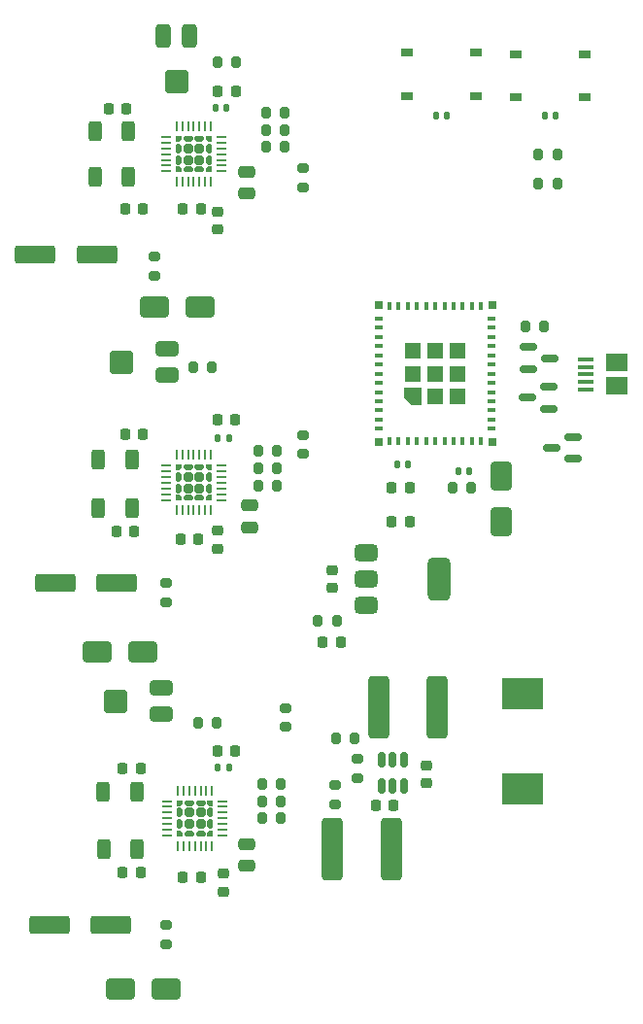
<source format=gbr>
%TF.GenerationSoftware,KiCad,Pcbnew,9.0.0*%
%TF.CreationDate,2025-05-08T18:28:11-07:00*%
%TF.ProjectId,Motor_Controller_Board_v1,4d6f746f-725f-4436-9f6e-74726f6c6c65,v1*%
%TF.SameCoordinates,Original*%
%TF.FileFunction,Paste,Top*%
%TF.FilePolarity,Positive*%
%FSLAX46Y46*%
G04 Gerber Fmt 4.6, Leading zero omitted, Abs format (unit mm)*
G04 Created by KiCad (PCBNEW 9.0.0) date 2025-05-08 18:28:11*
%MOMM*%
%LPD*%
G01*
G04 APERTURE LIST*
G04 Aperture macros list*
%AMRoundRect*
0 Rectangle with rounded corners*
0 $1 Rounding radius*
0 $2 $3 $4 $5 $6 $7 $8 $9 X,Y pos of 4 corners*
0 Add a 4 corners polygon primitive as box body*
4,1,4,$2,$3,$4,$5,$6,$7,$8,$9,$2,$3,0*
0 Add four circle primitives for the rounded corners*
1,1,$1+$1,$2,$3*
1,1,$1+$1,$4,$5*
1,1,$1+$1,$6,$7*
1,1,$1+$1,$8,$9*
0 Add four rect primitives between the rounded corners*
20,1,$1+$1,$2,$3,$4,$5,0*
20,1,$1+$1,$4,$5,$6,$7,0*
20,1,$1+$1,$6,$7,$8,$9,0*
20,1,$1+$1,$8,$9,$2,$3,0*%
%AMFreePoly0*
4,1,19,0.197042,0.235489,0.244234,0.181026,0.255792,0.127896,0.255792,0.037322,0.235489,-0.031824,0.218332,-0.053114,0.053114,-0.218332,-0.010136,-0.252869,-0.037322,-0.255792,-0.127896,-0.255792,-0.197042,-0.235489,-0.244234,-0.181026,-0.255792,-0.127896,-0.255792,0.127896,-0.235489,0.197042,-0.181026,0.244234,-0.127896,0.255792,0.127896,0.255792,0.197042,0.235489,0.197042,0.235489,
$1*%
%AMFreePoly1*
4,1,21,0.065849,0.388965,0.087139,0.371808,0.218332,0.240614,0.252869,0.177364,0.255792,0.150178,0.255792,-0.150178,0.235489,-0.219324,0.218332,-0.240614,0.087139,-0.371808,0.023890,-0.406345,-0.003297,-0.409268,-0.127896,-0.409268,-0.197042,-0.388965,-0.244234,-0.334502,-0.255792,-0.281372,-0.255792,0.281372,-0.235489,0.350518,-0.181026,0.397710,-0.127896,0.409268,-0.003297,0.409268,
0.065849,0.388965,0.065849,0.388965,$1*%
%AMFreePoly2*
4,1,19,0.031824,0.235489,0.053114,0.218332,0.218332,0.053114,0.252869,-0.010136,0.255792,-0.037322,0.255792,-0.127896,0.235489,-0.197042,0.181026,-0.244234,0.127896,-0.255792,-0.127896,-0.255792,-0.197042,-0.235489,-0.244234,-0.181026,-0.255792,-0.127896,-0.255792,0.127896,-0.235489,0.197042,-0.181026,0.244234,-0.127896,0.255792,-0.037322,0.255792,0.031824,0.235489,0.031824,0.235489,
$1*%
%AMFreePoly3*
4,1,21,0.350518,0.235489,0.397710,0.181026,0.409268,0.127896,0.409268,0.003297,0.388965,-0.065849,0.371808,-0.087139,0.240614,-0.218332,0.177364,-0.252869,0.150178,-0.255792,-0.150178,-0.255792,-0.219324,-0.235489,-0.240614,-0.218332,-0.371808,-0.087139,-0.406345,-0.023890,-0.409268,0.003297,-0.409268,0.127896,-0.388965,0.197042,-0.334502,0.244234,-0.281372,0.255792,0.281372,0.255792,
0.350518,0.235489,0.350518,0.235489,$1*%
%AMFreePoly4*
4,1,25,0.252563,0.389951,0.272819,0.373627,0.373627,0.272819,0.406487,0.212641,0.409268,0.186775,0.409268,-0.186775,0.389951,-0.252563,0.373627,-0.272819,0.272819,-0.373627,0.212641,-0.406487,0.186775,-0.409268,-0.186775,-0.409268,-0.252563,-0.389951,-0.272819,-0.373627,-0.373627,-0.272819,-0.406487,-0.212641,-0.409268,-0.186775,-0.409268,0.186775,-0.389951,0.252563,-0.373627,0.272819,
-0.272819,0.373627,-0.212641,0.406487,-0.186775,0.409268,0.186775,0.409268,0.252563,0.389951,0.252563,0.389951,$1*%
%AMFreePoly5*
4,1,21,0.219324,0.235489,0.240614,0.218332,0.371808,0.087139,0.406345,0.023890,0.409268,-0.003297,0.409268,-0.127896,0.388965,-0.197042,0.334502,-0.244234,0.281372,-0.255792,-0.281372,-0.255792,-0.350518,-0.235489,-0.397710,-0.181026,-0.409268,-0.127896,-0.409268,-0.003297,-0.388965,0.065849,-0.371808,0.087139,-0.240614,0.218332,-0.177364,0.252869,-0.150178,0.255792,0.150178,0.255792,
0.219324,0.235489,0.219324,0.235489,$1*%
%AMFreePoly6*
4,1,19,0.197042,0.235489,0.244234,0.181026,0.255792,0.127896,0.255792,-0.127896,0.235489,-0.197042,0.181026,-0.244234,0.127896,-0.255792,0.037322,-0.255792,-0.031824,-0.235489,-0.053114,-0.218332,-0.218332,-0.053114,-0.252869,0.010136,-0.255792,0.037322,-0.255792,0.127896,-0.235489,0.197042,-0.181026,0.244234,-0.127896,0.255792,0.127896,0.255792,0.197042,0.235489,0.197042,0.235489,
$1*%
%AMFreePoly7*
4,1,21,0.197042,0.388965,0.244234,0.334502,0.255792,0.281372,0.255792,-0.281372,0.235489,-0.350518,0.181026,-0.397710,0.127896,-0.409268,0.003297,-0.409268,-0.065849,-0.388965,-0.087139,-0.371808,-0.218332,-0.240614,-0.252869,-0.177364,-0.255792,-0.150178,-0.255792,0.150178,-0.235489,0.219324,-0.218332,0.240614,-0.087139,0.371808,-0.023890,0.406345,0.003297,0.409268,0.127896,0.409268,
0.197042,0.388965,0.197042,0.388965,$1*%
%AMFreePoly8*
4,1,19,0.197042,0.235489,0.244234,0.181026,0.255792,0.127896,0.255792,-0.127896,0.235489,-0.197042,0.181026,-0.244234,0.127896,-0.255792,-0.127896,-0.255792,-0.197042,-0.235489,-0.244234,-0.181026,-0.255792,-0.127896,-0.255792,-0.037322,-0.235489,0.031824,-0.218332,0.053114,-0.053114,0.218332,0.010136,0.252869,0.037322,0.255792,0.127896,0.255792,0.197042,0.235489,0.197042,0.235489,
$1*%
%AMFreePoly9*
4,1,6,0.725000,-0.725000,-0.725000,-0.725000,-0.725000,0.125000,-0.125000,0.725000,0.725000,0.725000,0.725000,-0.725000,0.725000,-0.725000,$1*%
G04 Aperture macros list end*
%ADD10R,1.000000X0.750000*%
%ADD11RoundRect,0.150000X0.587500X0.150000X-0.587500X0.150000X-0.587500X-0.150000X0.587500X-0.150000X0*%
%ADD12RoundRect,0.225000X-0.225000X-0.250000X0.225000X-0.250000X0.225000X0.250000X-0.225000X0.250000X0*%
%ADD13RoundRect,0.225000X0.225000X0.250000X-0.225000X0.250000X-0.225000X-0.250000X0.225000X-0.250000X0*%
%ADD14RoundRect,0.250000X1.500000X0.550000X-1.500000X0.550000X-1.500000X-0.550000X1.500000X-0.550000X0*%
%ADD15RoundRect,0.140000X0.140000X0.170000X-0.140000X0.170000X-0.140000X-0.170000X0.140000X-0.170000X0*%
%ADD16RoundRect,0.250000X-0.400000X-0.750000X0.400000X-0.750000X0.400000X0.750000X-0.400000X0.750000X0*%
%ADD17RoundRect,0.250000X-0.750000X-0.750000X0.750000X-0.750000X0.750000X0.750000X-0.750000X0.750000X0*%
%ADD18RoundRect,0.250000X-0.750000X0.400000X-0.750000X-0.400000X0.750000X-0.400000X0.750000X0.400000X0*%
%ADD19RoundRect,0.250000X-0.750000X0.750000X-0.750000X-0.750000X0.750000X-0.750000X0.750000X0.750000X0*%
%ADD20RoundRect,0.250000X0.650000X-1.000000X0.650000X1.000000X-0.650000X1.000000X-0.650000X-1.000000X0*%
%ADD21RoundRect,0.225000X0.250000X-0.225000X0.250000X0.225000X-0.250000X0.225000X-0.250000X-0.225000X0*%
%ADD22RoundRect,0.200000X-0.275000X0.200000X-0.275000X-0.200000X0.275000X-0.200000X0.275000X0.200000X0*%
%ADD23RoundRect,0.200000X0.200000X0.275000X-0.200000X0.275000X-0.200000X-0.275000X0.200000X-0.275000X0*%
%ADD24RoundRect,0.200000X-0.200000X-0.275000X0.200000X-0.275000X0.200000X0.275000X-0.200000X0.275000X0*%
%ADD25RoundRect,0.250000X0.650000X2.450000X-0.650000X2.450000X-0.650000X-2.450000X0.650000X-2.450000X0*%
%ADD26RoundRect,0.218750X0.218750X0.256250X-0.218750X0.256250X-0.218750X-0.256250X0.218750X-0.256250X0*%
%ADD27RoundRect,0.250000X0.312500X0.625000X-0.312500X0.625000X-0.312500X-0.625000X0.312500X-0.625000X0*%
%ADD28RoundRect,0.250000X-0.475000X0.250000X-0.475000X-0.250000X0.475000X-0.250000X0.475000X0.250000X0*%
%ADD29RoundRect,0.140000X-0.140000X-0.170000X0.140000X-0.170000X0.140000X0.170000X-0.140000X0.170000X0*%
%ADD30RoundRect,0.250000X1.000000X0.650000X-1.000000X0.650000X-1.000000X-0.650000X1.000000X-0.650000X0*%
%ADD31RoundRect,0.200000X0.275000X-0.200000X0.275000X0.200000X-0.275000X0.200000X-0.275000X-0.200000X0*%
%ADD32FreePoly0,90.000000*%
%ADD33FreePoly1,90.000000*%
%ADD34FreePoly2,90.000000*%
%ADD35FreePoly3,90.000000*%
%ADD36FreePoly4,90.000000*%
%ADD37FreePoly5,90.000000*%
%ADD38FreePoly6,90.000000*%
%ADD39FreePoly7,90.000000*%
%ADD40FreePoly8,90.000000*%
%ADD41RoundRect,0.062500X0.062500X-0.387500X0.062500X0.387500X-0.062500X0.387500X-0.062500X-0.387500X0*%
%ADD42RoundRect,0.062500X0.387500X-0.062500X0.387500X0.062500X-0.387500X0.062500X-0.387500X-0.062500X0*%
%ADD43RoundRect,0.225000X-0.250000X0.225000X-0.250000X-0.225000X0.250000X-0.225000X0.250000X0.225000X0*%
%ADD44R,3.600000X2.700000*%
%ADD45R,1.350000X0.400000*%
%ADD46R,1.900000X1.500000*%
%ADD47RoundRect,0.375000X-0.625000X-0.375000X0.625000X-0.375000X0.625000X0.375000X-0.625000X0.375000X0*%
%ADD48RoundRect,0.500000X-0.500000X-1.400000X0.500000X-1.400000X0.500000X1.400000X-0.500000X1.400000X0*%
%ADD49RoundRect,0.150000X-0.150000X0.512500X-0.150000X-0.512500X0.150000X-0.512500X0.150000X0.512500X0*%
%ADD50RoundRect,0.150000X-0.587500X-0.150000X0.587500X-0.150000X0.587500X0.150000X-0.587500X0.150000X0*%
%ADD51R,0.400000X0.800000*%
%ADD52R,0.800000X0.400000*%
%ADD53FreePoly9,90.000000*%
%ADD54R,1.450000X1.450000*%
%ADD55R,0.700000X0.700000*%
%ADD56RoundRect,0.250000X-1.000000X-0.650000X1.000000X-0.650000X1.000000X0.650000X-1.000000X0.650000X0*%
G04 APERTURE END LIST*
D10*
%TO.C,SW301*%
X166000000Y-71800000D03*
X172000000Y-71800000D03*
X166000000Y-75550000D03*
X172000000Y-75550000D03*
%TD*%
D11*
%TO.C,D304*%
X180450000Y-107150000D03*
X180450000Y-105250000D03*
X178575000Y-106200000D03*
%TD*%
D12*
%TO.C,C424*%
X146225000Y-114200000D03*
X147775000Y-114200000D03*
%TD*%
D13*
%TO.C,C206*%
X166225000Y-112650000D03*
X164675000Y-112650000D03*
%TD*%
D14*
%TO.C,C407*%
X139000000Y-89370000D03*
X133600000Y-89370000D03*
%TD*%
D15*
%TO.C,C409*%
X150480000Y-134100000D03*
X149520000Y-134100000D03*
%TD*%
D16*
%TO.C,RV401*%
X144750000Y-70300000D03*
D17*
X145900000Y-74300000D03*
D16*
X147050000Y-70300000D03*
%TD*%
D18*
%TO.C,RV402*%
X144600000Y-127150000D03*
D19*
X140600000Y-128300000D03*
D18*
X144600000Y-129450000D03*
%TD*%
D20*
%TO.C,D303*%
X174200000Y-112650000D03*
X174200000Y-108650000D03*
%TD*%
D21*
%TO.C,C205*%
X159450000Y-118425000D03*
X159450000Y-116875000D03*
%TD*%
D22*
%TO.C,R410*%
X145000000Y-147795000D03*
X145000000Y-149445000D03*
%TD*%
D12*
%TO.C,C408*%
X146450000Y-85370000D03*
X148000000Y-85370000D03*
%TD*%
D15*
%TO.C,C417*%
X150480000Y-105400000D03*
X149520000Y-105400000D03*
%TD*%
D11*
%TO.C,D301*%
X178325000Y-102800000D03*
X178325000Y-100900000D03*
X176450000Y-101850000D03*
%TD*%
D23*
%TO.C,R406*%
X155325000Y-79980000D03*
X153675000Y-79980000D03*
%TD*%
D24*
%TO.C,R407*%
X147750000Y-130200000D03*
X149400000Y-130200000D03*
%TD*%
D15*
%TO.C,C401*%
X150230000Y-76620000D03*
X149270000Y-76620000D03*
%TD*%
D24*
%TO.C,R203*%
X159775000Y-131500000D03*
X161425000Y-131500000D03*
%TD*%
%TO.C,R201*%
X158210000Y-121300000D03*
X159860000Y-121300000D03*
%TD*%
D25*
%TO.C,C204*%
X168600000Y-128800000D03*
X163500000Y-128800000D03*
%TD*%
D26*
%TO.C,D201*%
X160237500Y-123150000D03*
X158662500Y-123150000D03*
%TD*%
D24*
%TO.C,R302*%
X177450000Y-80650000D03*
X179100000Y-80650000D03*
%TD*%
%TO.C,R412*%
X147350000Y-99200000D03*
X149000000Y-99200000D03*
%TD*%
D27*
%TO.C,R421*%
X142000000Y-111500000D03*
X139075000Y-111500000D03*
%TD*%
D28*
%TO.C,C412*%
X152000000Y-140720000D03*
X152000000Y-142620000D03*
%TD*%
D29*
%TO.C,C304*%
X170450000Y-108228000D03*
X171410000Y-108228000D03*
%TD*%
D14*
%TO.C,C415*%
X140200000Y-147800000D03*
X134800000Y-147800000D03*
%TD*%
D27*
%TO.C,R420*%
X142000000Y-107210000D03*
X139075000Y-107210000D03*
%TD*%
D29*
%TO.C,C301*%
X165145000Y-107640000D03*
X166105000Y-107640000D03*
%TD*%
D25*
%TO.C,C202*%
X164600000Y-141200000D03*
X159500000Y-141200000D03*
%TD*%
D30*
%TO.C,D403*%
X143000000Y-124000000D03*
X139000000Y-124000000D03*
%TD*%
D12*
%TO.C,C421*%
X140690000Y-113500000D03*
X142240000Y-113500000D03*
%TD*%
D28*
%TO.C,C404*%
X152000000Y-82170000D03*
X152000000Y-84070000D03*
%TD*%
D27*
%TO.C,R404*%
X141712500Y-78620000D03*
X138787500Y-78620000D03*
%TD*%
D31*
%TO.C,R202*%
X159750000Y-137250000D03*
X159750000Y-135600000D03*
%TD*%
D24*
%TO.C,R401*%
X149475000Y-72600000D03*
X151125000Y-72600000D03*
%TD*%
D32*
%TO.C,U401*%
X146087500Y-81932500D03*
D33*
X146900000Y-81932500D03*
X147900000Y-81932500D03*
D34*
X148712500Y-81932500D03*
D35*
X146087500Y-81120000D03*
D36*
X146900000Y-81120000D03*
X147900000Y-81120000D03*
D37*
X148712500Y-81120000D03*
D35*
X146087500Y-80120000D03*
D36*
X146900000Y-80120000D03*
X147900000Y-80120000D03*
D37*
X148712500Y-80120000D03*
D38*
X146087500Y-79307500D03*
D39*
X146900000Y-79307500D03*
X147900000Y-79307500D03*
D40*
X148712500Y-79307500D03*
D41*
X145900000Y-83020000D03*
X146400000Y-83020000D03*
X146900000Y-83020000D03*
X147400000Y-83020000D03*
X147900000Y-83020000D03*
X148400000Y-83020000D03*
X148900000Y-83020000D03*
D42*
X149800000Y-82120000D03*
X149800000Y-81620000D03*
X149800000Y-81120000D03*
X149800000Y-80620000D03*
X149800000Y-80120000D03*
X149800000Y-79620000D03*
X149800000Y-79120000D03*
D41*
X148900000Y-78220000D03*
X148400000Y-78220000D03*
X147900000Y-78220000D03*
X147400000Y-78220000D03*
X146900000Y-78220000D03*
X146400000Y-78220000D03*
X145900000Y-78220000D03*
D42*
X145000000Y-79120000D03*
X145000000Y-79620000D03*
X145000000Y-80120000D03*
X145000000Y-80620000D03*
X145000000Y-81120000D03*
X145000000Y-81620000D03*
X145000000Y-82120000D03*
%TD*%
D24*
%TO.C,R303*%
X177450000Y-83160000D03*
X179100000Y-83160000D03*
%TD*%
D43*
%TO.C,C411*%
X150000000Y-143325000D03*
X150000000Y-144875000D03*
%TD*%
D44*
%TO.C,L201*%
X176050000Y-135950000D03*
X176050000Y-127650000D03*
%TD*%
D45*
%TO.C,J302*%
X181575000Y-101100000D03*
X181575000Y-100450000D03*
X181575000Y-99800000D03*
X181575000Y-99150000D03*
X181575000Y-98500000D03*
D46*
X184275000Y-100800000D03*
X184275000Y-98800000D03*
%TD*%
D43*
%TO.C,C419*%
X149500000Y-113450000D03*
X149500000Y-115000000D03*
%TD*%
D30*
%TO.C,D402*%
X145000000Y-153400000D03*
X141000000Y-153400000D03*
%TD*%
D12*
%TO.C,C406*%
X140005000Y-76680000D03*
X141555000Y-76680000D03*
%TD*%
D23*
%TO.C,R423*%
X154650000Y-106500000D03*
X153000000Y-106500000D03*
%TD*%
D12*
%TO.C,C422*%
X141450000Y-105000000D03*
X143000000Y-105000000D03*
%TD*%
D23*
%TO.C,R422*%
X154650000Y-109500000D03*
X153000000Y-109500000D03*
%TD*%
D22*
%TO.C,R409*%
X156900000Y-81850000D03*
X156900000Y-83500000D03*
%TD*%
D47*
%TO.C,U202*%
X162450000Y-115350000D03*
X162450000Y-117650000D03*
D48*
X168750000Y-117650000D03*
D47*
X162450000Y-119950000D03*
%TD*%
D49*
%TO.C,U201*%
X165700000Y-133375000D03*
X164750000Y-133375000D03*
X163800000Y-133375000D03*
X163800000Y-135650000D03*
X164750000Y-135650000D03*
X165700000Y-135650000D03*
%TD*%
D29*
%TO.C,C305*%
X178000000Y-77300000D03*
X178960000Y-77300000D03*
%TD*%
D32*
%TO.C,U403*%
X146087500Y-110562500D03*
D33*
X146900000Y-110562500D03*
X147900000Y-110562500D03*
D34*
X148712500Y-110562500D03*
D35*
X146087500Y-109750000D03*
D36*
X146900000Y-109750000D03*
X147900000Y-109750000D03*
D37*
X148712500Y-109750000D03*
D35*
X146087500Y-108750000D03*
D36*
X146900000Y-108750000D03*
X147900000Y-108750000D03*
D37*
X148712500Y-108750000D03*
D38*
X146087500Y-107937500D03*
D39*
X146900000Y-107937500D03*
X147900000Y-107937500D03*
D40*
X148712500Y-107937500D03*
D41*
X145900000Y-111650000D03*
X146400000Y-111650000D03*
X146900000Y-111650000D03*
X147400000Y-111650000D03*
X147900000Y-111650000D03*
X148400000Y-111650000D03*
X148900000Y-111650000D03*
D42*
X149800000Y-110750000D03*
X149800000Y-110250000D03*
X149800000Y-109750000D03*
X149800000Y-109250000D03*
X149800000Y-108750000D03*
X149800000Y-108250000D03*
X149800000Y-107750000D03*
D41*
X148900000Y-106850000D03*
X148400000Y-106850000D03*
X147900000Y-106850000D03*
X147400000Y-106850000D03*
X146900000Y-106850000D03*
X146400000Y-106850000D03*
X145900000Y-106850000D03*
D42*
X145000000Y-107750000D03*
X145000000Y-108250000D03*
X145000000Y-108750000D03*
X145000000Y-109250000D03*
X145000000Y-109750000D03*
X145000000Y-110250000D03*
X145000000Y-110750000D03*
%TD*%
D32*
%TO.C,U402*%
X146187500Y-139812500D03*
D33*
X147000000Y-139812500D03*
X148000000Y-139812500D03*
D34*
X148812500Y-139812500D03*
D35*
X146187500Y-139000000D03*
D36*
X147000000Y-139000000D03*
X148000000Y-139000000D03*
D37*
X148812500Y-139000000D03*
D35*
X146187500Y-138000000D03*
D36*
X147000000Y-138000000D03*
X148000000Y-138000000D03*
D37*
X148812500Y-138000000D03*
D38*
X146187500Y-137187500D03*
D39*
X147000000Y-137187500D03*
X148000000Y-137187500D03*
D40*
X148812500Y-137187500D03*
D41*
X146000000Y-140900000D03*
X146500000Y-140900000D03*
X147000000Y-140900000D03*
X147500000Y-140900000D03*
X148000000Y-140900000D03*
X148500000Y-140900000D03*
X149000000Y-140900000D03*
D42*
X149900000Y-140000000D03*
X149900000Y-139500000D03*
X149900000Y-139000000D03*
X149900000Y-138500000D03*
X149900000Y-138000000D03*
X149900000Y-137500000D03*
X149900000Y-137000000D03*
D41*
X149000000Y-136100000D03*
X148500000Y-136100000D03*
X148000000Y-136100000D03*
X147500000Y-136100000D03*
X147000000Y-136100000D03*
X146500000Y-136100000D03*
X146000000Y-136100000D03*
D42*
X145100000Y-137000000D03*
X145100000Y-137500000D03*
X145100000Y-138000000D03*
X145100000Y-138500000D03*
X145100000Y-139000000D03*
X145100000Y-139500000D03*
X145100000Y-140000000D03*
%TD*%
D12*
%TO.C,C405*%
X141450000Y-85370000D03*
X143000000Y-85370000D03*
%TD*%
D50*
%TO.C,D302*%
X176575000Y-97450000D03*
X176575000Y-99350000D03*
X178450000Y-98400000D03*
%TD*%
D12*
%TO.C,C416*%
X146450000Y-143620000D03*
X148000000Y-143620000D03*
%TD*%
D27*
%TO.C,R413*%
X142437500Y-136200000D03*
X139512500Y-136200000D03*
%TD*%
D23*
%TO.C,R304*%
X177950000Y-95650000D03*
X176300000Y-95650000D03*
%TD*%
D31*
%TO.C,R424*%
X155400000Y-130525000D03*
X155400000Y-128875000D03*
%TD*%
D21*
%TO.C,C201*%
X167700000Y-135425000D03*
X167700000Y-133875000D03*
%TD*%
D51*
%TO.C,U301*%
X164450000Y-105650000D03*
X165250000Y-105650000D03*
X166050000Y-105650000D03*
X166850000Y-105650000D03*
X167650000Y-105650000D03*
X168450000Y-105650000D03*
X169250000Y-105650000D03*
X170050000Y-105650000D03*
X170850000Y-105650000D03*
X171650000Y-105650000D03*
X172450000Y-105650000D03*
D52*
X173350000Y-104550000D03*
X173350000Y-103750000D03*
X173350000Y-102950000D03*
X173350000Y-102150000D03*
X173350000Y-101350000D03*
X173350000Y-100550000D03*
X173350000Y-99750000D03*
X173350000Y-98950000D03*
X173350000Y-98150000D03*
X173350000Y-97350000D03*
X173350000Y-96550000D03*
X173350000Y-95750000D03*
X173350000Y-94950000D03*
D51*
X172450000Y-93850000D03*
X171650000Y-93850000D03*
X170850000Y-93850000D03*
X170050000Y-93850000D03*
X169250000Y-93850000D03*
X168450000Y-93850000D03*
X167650000Y-93850000D03*
X166850000Y-93850000D03*
X166050000Y-93850000D03*
X165250000Y-93850000D03*
X164450000Y-93850000D03*
D52*
X163550000Y-94950000D03*
X163550000Y-95750000D03*
X163550000Y-96550000D03*
X163550000Y-97350000D03*
X163550000Y-98150000D03*
X163550000Y-98950000D03*
X163550000Y-99750000D03*
X163550000Y-100550000D03*
X163550000Y-101350000D03*
X163550000Y-102150000D03*
X163550000Y-102950000D03*
X163550000Y-103750000D03*
X163550000Y-104550000D03*
D53*
X166475000Y-101725000D03*
D54*
X168450000Y-101725000D03*
X170425000Y-101725000D03*
X166475000Y-99750000D03*
X168450000Y-99750000D03*
X170425000Y-99750000D03*
X166475000Y-97775000D03*
X168450000Y-97775000D03*
X170425000Y-97775000D03*
D55*
X163500000Y-93800000D03*
X173400000Y-93800000D03*
X173400000Y-105700000D03*
X163500000Y-105700000D03*
%TD*%
D13*
%TO.C,C302*%
X166225000Y-109650000D03*
X164675000Y-109650000D03*
%TD*%
D29*
%TO.C,C303*%
X168500000Y-77300000D03*
X169460000Y-77300000D03*
%TD*%
D31*
%TO.C,R204*%
X161700000Y-134975000D03*
X161700000Y-133325000D03*
%TD*%
D23*
%TO.C,R301*%
X171600000Y-109728000D03*
X169950000Y-109728000D03*
%TD*%
%TO.C,R416*%
X155000000Y-135500000D03*
X153350000Y-135500000D03*
%TD*%
D27*
%TO.C,R405*%
X141712500Y-82620000D03*
X138787500Y-82620000D03*
%TD*%
D10*
%TO.C,SW302*%
X175500000Y-71925000D03*
X181500000Y-71925000D03*
X175500000Y-75675000D03*
X181500000Y-75675000D03*
%TD*%
D12*
%TO.C,C410*%
X149450000Y-132620000D03*
X151000000Y-132620000D03*
%TD*%
D23*
%TO.C,R408*%
X155325000Y-77000000D03*
X153675000Y-77000000D03*
%TD*%
D22*
%TO.C,R417*%
X145000000Y-118000000D03*
X145000000Y-119650000D03*
%TD*%
D18*
%TO.C,RV403*%
X145100000Y-97600000D03*
D19*
X141100000Y-98750000D03*
D18*
X145100000Y-99900000D03*
%TD*%
D12*
%TO.C,C414*%
X141200000Y-134200000D03*
X142750000Y-134200000D03*
%TD*%
D23*
%TO.C,R418*%
X154650000Y-108000000D03*
X153000000Y-108000000D03*
%TD*%
D12*
%TO.C,C203*%
X163275000Y-137400000D03*
X164825000Y-137400000D03*
%TD*%
%TO.C,C402*%
X149500000Y-75120000D03*
X151050000Y-75120000D03*
%TD*%
D31*
%TO.C,R419*%
X156900000Y-106750000D03*
X156900000Y-105100000D03*
%TD*%
D23*
%TO.C,R411*%
X155000000Y-137000000D03*
X153350000Y-137000000D03*
%TD*%
D56*
%TO.C,D401*%
X143975000Y-93950000D03*
X147975000Y-93950000D03*
%TD*%
D27*
%TO.C,R414*%
X142462500Y-141200000D03*
X139537500Y-141200000D03*
%TD*%
D23*
%TO.C,R415*%
X155000000Y-138500000D03*
X153350000Y-138500000D03*
%TD*%
D43*
%TO.C,C403*%
X149500000Y-85620000D03*
X149500000Y-87170000D03*
%TD*%
D12*
%TO.C,C418*%
X149450000Y-103750000D03*
X151000000Y-103750000D03*
%TD*%
D14*
%TO.C,C423*%
X140700000Y-118000000D03*
X135300000Y-118000000D03*
%TD*%
D12*
%TO.C,C413*%
X141225000Y-143200000D03*
X142775000Y-143200000D03*
%TD*%
D22*
%TO.C,R402*%
X144000000Y-89545000D03*
X144000000Y-91195000D03*
%TD*%
D23*
%TO.C,R403*%
X155325000Y-78500000D03*
X153675000Y-78500000D03*
%TD*%
D28*
%TO.C,C420*%
X152250000Y-111250000D03*
X152250000Y-113150000D03*
%TD*%
M02*

</source>
